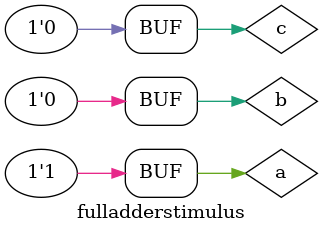
<source format=v>
`timescale 1ns / 1ps


module fulladderstimulus;

	// Inputs
	reg a;
	reg b;
	reg c;

	// Outputs
	wire sum;
	wire carry;

	// Instantiate the Unit Under Test (UUT)
	fulladder uut (
		.a(a), 
		.b(b), 
		.c(c), 
		.sum(sum), 
		.carry(carry)
	);

	initial begin
		// Initialize Inputs
		a = 0;
		b = 0;
		c = 0;

		// Wait 100 ns for global reset to finish
		#100;
		a=0;
		b=1;
		c=0;
		
		
		#100
		a=1;
		b=1;
		c=1;
		
		#100
		a=1;
		b=0;
		c=0;
		
        
		// Add stimulus here

	end
      
endmodule


</source>
